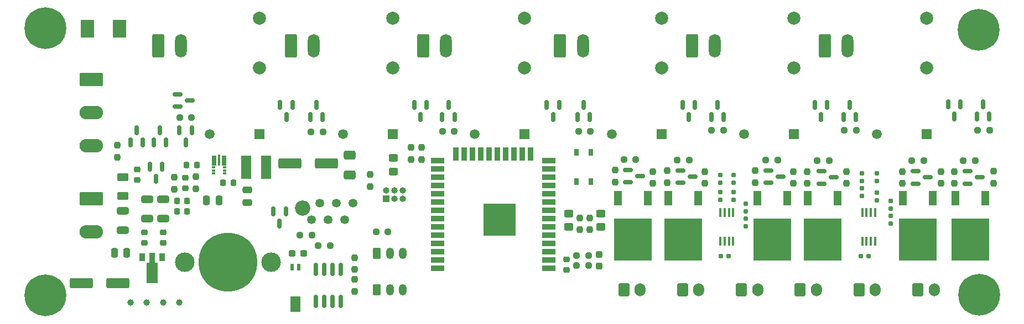
<source format=gbr>
%TF.GenerationSoftware,KiCad,Pcbnew,(6.0.7)*%
%TF.CreationDate,2023-04-19T22:26:27+02:00*%
%TF.ProjectId,mainboard,6d61696e-626f-4617-9264-2e6b69636164,rev?*%
%TF.SameCoordinates,Original*%
%TF.FileFunction,Soldermask,Top*%
%TF.FilePolarity,Negative*%
%FSLAX46Y46*%
G04 Gerber Fmt 4.6, Leading zero omitted, Abs format (unit mm)*
G04 Created by KiCad (PCBNEW (6.0.7)) date 2023-04-19 22:26:27*
%MOMM*%
%LPD*%
G01*
G04 APERTURE LIST*
G04 Aperture macros list*
%AMRoundRect*
0 Rectangle with rounded corners*
0 $1 Rounding radius*
0 $2 $3 $4 $5 $6 $7 $8 $9 X,Y pos of 4 corners*
0 Add a 4 corners polygon primitive as box body*
4,1,4,$2,$3,$4,$5,$6,$7,$8,$9,$2,$3,0*
0 Add four circle primitives for the rounded corners*
1,1,$1+$1,$2,$3*
1,1,$1+$1,$4,$5*
1,1,$1+$1,$6,$7*
1,1,$1+$1,$8,$9*
0 Add four rect primitives between the rounded corners*
20,1,$1+$1,$2,$3,$4,$5,0*
20,1,$1+$1,$4,$5,$6,$7,0*
20,1,$1+$1,$6,$7,$8,$9,0*
20,1,$1+$1,$8,$9,$2,$3,0*%
%AMFreePoly0*
4,1,9,3.862500,-0.866500,0.737500,-0.866500,0.737500,-0.450000,-0.737500,-0.450000,-0.737500,0.450000,0.737500,0.450000,0.737500,0.866500,3.862500,0.866500,3.862500,-0.866500,3.862500,-0.866500,$1*%
G04 Aperture macros list end*
%ADD10RoundRect,0.250000X-0.650000X-1.550000X0.650000X-1.550000X0.650000X1.550000X-0.650000X1.550000X0*%
%ADD11O,1.800000X3.600000*%
%ADD12C,1.000000*%
%ADD13RoundRect,0.160000X-0.197500X-0.160000X0.197500X-0.160000X0.197500X0.160000X-0.197500X0.160000X0*%
%ADD14RoundRect,0.160000X-0.160000X0.197500X-0.160000X-0.197500X0.160000X-0.197500X0.160000X0.197500X0*%
%ADD15RoundRect,0.150000X-0.150000X0.587500X-0.150000X-0.587500X0.150000X-0.587500X0.150000X0.587500X0*%
%ADD16RoundRect,0.237500X-0.250000X-0.237500X0.250000X-0.237500X0.250000X0.237500X-0.250000X0.237500X0*%
%ADD17RoundRect,0.250000X-0.650000X0.412500X-0.650000X-0.412500X0.650000X-0.412500X0.650000X0.412500X0*%
%ADD18RoundRect,0.250000X-0.450000X0.325000X-0.450000X-0.325000X0.450000X-0.325000X0.450000X0.325000X0*%
%ADD19RoundRect,0.249999X-1.550001X0.790001X-1.550001X-0.790001X1.550001X-0.790001X1.550001X0.790001X0*%
%ADD20O,3.600000X2.080000*%
%ADD21RoundRect,0.250000X0.450000X-0.325000X0.450000X0.325000X-0.450000X0.325000X-0.450000X-0.325000X0*%
%ADD22RoundRect,0.225000X0.225000X0.250000X-0.225000X0.250000X-0.225000X-0.250000X0.225000X-0.250000X0*%
%ADD23RoundRect,0.150000X-0.587500X-0.150000X0.587500X-0.150000X0.587500X0.150000X-0.587500X0.150000X0*%
%ADD24R,1.520000X1.520000*%
%ADD25C,2.000000*%
%ADD26C,1.520000*%
%ADD27RoundRect,0.250000X-0.475000X0.250000X-0.475000X-0.250000X0.475000X-0.250000X0.475000X0.250000X0*%
%ADD28RoundRect,0.225000X0.250000X-0.225000X0.250000X0.225000X-0.250000X0.225000X-0.250000X-0.225000X0*%
%ADD29RoundRect,0.237500X0.237500X-0.250000X0.237500X0.250000X-0.237500X0.250000X-0.237500X-0.250000X0*%
%ADD30RoundRect,0.250000X-0.600000X-0.750000X0.600000X-0.750000X0.600000X0.750000X-0.600000X0.750000X0*%
%ADD31O,1.700000X2.000000*%
%ADD32C,6.400000*%
%ADD33RoundRect,0.250000X-0.350000X-0.625000X0.350000X-0.625000X0.350000X0.625000X-0.350000X0.625000X0*%
%ADD34O,1.200000X1.750000*%
%ADD35RoundRect,0.250000X0.250000X0.475000X-0.250000X0.475000X-0.250000X-0.475000X0.250000X-0.475000X0*%
%ADD36RoundRect,0.250000X1.500000X0.550000X-1.500000X0.550000X-1.500000X-0.550000X1.500000X-0.550000X0*%
%ADD37R,1.000000X1.000000*%
%ADD38O,1.000000X1.000000*%
%ADD39RoundRect,0.250000X-0.250000X-0.475000X0.250000X-0.475000X0.250000X0.475000X-0.250000X0.475000X0*%
%ADD40R,0.450000X1.400000*%
%ADD41RoundRect,0.150000X0.150000X-0.587500X0.150000X0.587500X-0.150000X0.587500X-0.150000X-0.587500X0*%
%ADD42RoundRect,0.218750X-0.256250X0.218750X-0.256250X-0.218750X0.256250X-0.218750X0.256250X0.218750X0*%
%ADD43R,1.200000X2.200000*%
%ADD44R,5.800000X6.400000*%
%ADD45RoundRect,0.150000X0.150000X-0.825000X0.150000X0.825000X-0.150000X0.825000X-0.150000X-0.825000X0*%
%ADD46R,0.700000X1.000000*%
%ADD47C,3.000000*%
%ADD48C,9.000000*%
%ADD49R,0.800000X1.500000*%
%ADD50R,0.600000X0.300000*%
%ADD51R,0.400000X1.730000*%
%ADD52RoundRect,0.237500X-0.237500X0.250000X-0.237500X-0.250000X0.237500X-0.250000X0.237500X0.250000X0*%
%ADD53RoundRect,0.250000X0.625000X-0.375000X0.625000X0.375000X-0.625000X0.375000X-0.625000X-0.375000X0*%
%ADD54R,1.500000X3.600000*%
%ADD55RoundRect,0.250000X-1.500000X-0.550000X1.500000X-0.550000X1.500000X0.550000X-1.500000X0.550000X0*%
%ADD56RoundRect,0.225000X-0.225000X-0.250000X0.225000X-0.250000X0.225000X0.250000X-0.225000X0.250000X0*%
%ADD57RoundRect,0.237500X0.250000X0.237500X-0.250000X0.237500X-0.250000X-0.237500X0.250000X-0.237500X0*%
%ADD58R,0.900000X1.300000*%
%ADD59FreePoly0,270.000000*%
%ADD60RoundRect,0.250000X-0.650000X0.325000X-0.650000X-0.325000X0.650000X-0.325000X0.650000X0.325000X0*%
%ADD61R,2.150000X2.800000*%
%ADD62R,0.600000X1.100000*%
%ADD63R,1.500000X2.400000*%
%ADD64RoundRect,0.237500X0.237500X-0.300000X0.237500X0.300000X-0.237500X0.300000X-0.237500X-0.300000X0*%
%ADD65R,2.000000X0.900000*%
%ADD66R,0.900000X2.000000*%
%ADD67R,5.000000X5.000000*%
%ADD68RoundRect,0.237500X-0.300000X-0.237500X0.300000X-0.237500X0.300000X0.237500X-0.300000X0.237500X0*%
%ADD69C,1.350000*%
%ADD70C,2.350000*%
G04 APERTURE END LIST*
D10*
%TO.C,J3*%
X97740000Y-74830000D03*
D11*
X101240000Y-74830000D03*
%TD*%
D12*
%TO.C,TP2*%
X96025000Y-114200000D03*
%TD*%
D13*
%TO.C,R29*%
X183905000Y-107100000D03*
X185100000Y-107100000D03*
%TD*%
D14*
%TO.C,R30*%
X185825000Y-97227500D03*
X185825000Y-98422500D03*
%TD*%
D15*
%TO.C,D13*%
X220550000Y-83800000D03*
X218650000Y-83800000D03*
X219600000Y-85675000D03*
%TD*%
D16*
%TO.C,R2*%
X101075000Y-85837500D03*
X102900000Y-85837500D03*
%TD*%
D10*
%TO.C,J10*%
X159283500Y-74842500D03*
D11*
X162783500Y-74842500D03*
%TD*%
D17*
%TO.C,C17*%
X127075000Y-91537500D03*
X127075000Y-94662500D03*
%TD*%
D18*
%TO.C,D10*%
X160590000Y-100522500D03*
X160590000Y-102572500D03*
%TD*%
D14*
%TO.C,R28*%
X183800000Y-94602500D03*
X183800000Y-95797500D03*
%TD*%
D19*
%TO.C,J1*%
X87555000Y-79980000D03*
D20*
X87555000Y-85060000D03*
X87555000Y-90140000D03*
%TD*%
D21*
%TO.C,D6*%
X133775000Y-94075000D03*
X133775000Y-92025000D03*
%TD*%
D22*
%TO.C,C11*%
X102200000Y-98625000D03*
X100650000Y-98625000D03*
%TD*%
D23*
%TO.C,Q12*%
X191137500Y-93950000D03*
X191137500Y-95850000D03*
X193012500Y-94900000D03*
%TD*%
D14*
%TO.C,R46*%
X209900000Y-100902500D03*
X209900000Y-102097500D03*
%TD*%
D10*
%TO.C,J13*%
X179483500Y-74842500D03*
D11*
X182983500Y-74842500D03*
%TD*%
D24*
%TO.C,K2*%
X133648500Y-88348000D03*
D25*
X133648500Y-78188000D03*
X133648500Y-70568000D03*
D26*
X126028500Y-88348000D03*
%TD*%
D24*
%TO.C,K4*%
X174848500Y-88348000D03*
D25*
X174848500Y-78188000D03*
X174848500Y-70568000D03*
D26*
X167228500Y-88348000D03*
%TD*%
D27*
%TO.C,C15*%
X111375000Y-96950000D03*
X111375000Y-98850000D03*
%TD*%
D28*
%TO.C,C4*%
X95625000Y-105000000D03*
X95625000Y-103450000D03*
%TD*%
D29*
%TO.C,R20*%
X167700000Y-95712500D03*
X167700000Y-93887500D03*
%TD*%
D30*
%TO.C,J12*%
X178032000Y-112275000D03*
D31*
X180532000Y-112275000D03*
%TD*%
D24*
%TO.C,K6*%
X215400000Y-88348000D03*
D25*
X215400000Y-78188000D03*
X215400000Y-70568000D03*
D26*
X207780000Y-88348000D03*
%TD*%
D29*
%TO.C,R37*%
X197100000Y-95912500D03*
X197100000Y-94087500D03*
%TD*%
D12*
%TO.C,TP1*%
X93525000Y-114200000D03*
%TD*%
D32*
%TO.C,H4*%
X223402000Y-113000000D03*
%TD*%
D33*
%TO.C,J7*%
X131225000Y-112275000D03*
D34*
X133225000Y-112275000D03*
X135225000Y-112275000D03*
%TD*%
D29*
%TO.C,R34*%
X189175000Y-95812500D03*
X189175000Y-93987500D03*
%TD*%
D35*
%TO.C,C2*%
X92975000Y-106525000D03*
X91075000Y-106525000D03*
%TD*%
D36*
%TO.C,C1*%
X91590000Y-111230000D03*
X85990000Y-111230000D03*
%TD*%
D23*
%TO.C,Q9*%
X177712500Y-93950000D03*
X177712500Y-95850000D03*
X179587500Y-94900000D03*
%TD*%
D29*
%TO.C,R51*%
X219600000Y-95912500D03*
X219600000Y-94087500D03*
%TD*%
D14*
%TO.C,R47*%
X209900000Y-98627500D03*
X209900000Y-99822500D03*
%TD*%
D37*
%TO.C,J6*%
X132635000Y-98225000D03*
D38*
X132635000Y-96955000D03*
X133905000Y-98225000D03*
X133905000Y-96955000D03*
X135175000Y-98225000D03*
X135175000Y-96955000D03*
%TD*%
D24*
%TO.C,K3*%
X153848500Y-88348000D03*
D25*
X153848500Y-78188000D03*
X153848500Y-70568000D03*
D26*
X146228500Y-88348000D03*
%TD*%
D39*
%TO.C,C14*%
X105175000Y-98550000D03*
X107075000Y-98550000D03*
%TD*%
D12*
%TO.C,TP4*%
X101025000Y-114200000D03*
%TD*%
D29*
%TO.C,R23*%
X175650000Y-95812500D03*
X175650000Y-93987500D03*
%TD*%
D40*
%TO.C,U6*%
X205525000Y-104800000D03*
X206175000Y-104800000D03*
X206825000Y-104800000D03*
X207475000Y-104800000D03*
X207475000Y-100400000D03*
X206825000Y-100400000D03*
X206175000Y-100400000D03*
X205525000Y-100400000D03*
%TD*%
D41*
%TO.C,Q5*%
X161950000Y-85737500D03*
X163850000Y-85737500D03*
X162900000Y-83862500D03*
%TD*%
D42*
%TO.C,FB1*%
X94575000Y-93812500D03*
X94575000Y-95387500D03*
%TD*%
D29*
%TO.C,R25*%
X181450000Y-95912500D03*
X181450000Y-94087500D03*
%TD*%
D15*
%TO.C,Q2*%
X102937500Y-87787500D03*
X101037500Y-87787500D03*
X101987500Y-89662500D03*
%TD*%
D32*
%TO.C,H1*%
X80500000Y-113100000D03*
%TD*%
D16*
%TO.C,R16*%
X162087500Y-87900000D03*
X163912500Y-87900000D03*
%TD*%
D23*
%TO.C,Q14*%
X199262500Y-94050000D03*
X199262500Y-95950000D03*
X201137500Y-95000000D03*
%TD*%
D29*
%TO.C,R36*%
X194975000Y-95912500D03*
X194975000Y-94087500D03*
%TD*%
D43*
%TO.C,Q8*%
X180430000Y-98200000D03*
D44*
X178150000Y-104500000D03*
D43*
X175870000Y-98200000D03*
%TD*%
D15*
%TO.C,D12*%
X200150000Y-83862500D03*
X198250000Y-83862500D03*
X199200000Y-85737500D03*
%TD*%
%TO.C,D1*%
X98400000Y-93312500D03*
X96500000Y-93312500D03*
X97450000Y-95187500D03*
%TD*%
D45*
%TO.C,U3*%
X121920000Y-114025000D03*
X123190000Y-114025000D03*
X124460000Y-114025000D03*
X125730000Y-114025000D03*
X125730000Y-109075000D03*
X124460000Y-109075000D03*
X123190000Y-109075000D03*
X121920000Y-109075000D03*
%TD*%
D14*
%TO.C,R44*%
X207800000Y-97302500D03*
X207800000Y-98497500D03*
%TD*%
D46*
%TO.C,SW1*%
X163975000Y-91160000D03*
X163975000Y-95660000D03*
X161825000Y-91160000D03*
X161825000Y-95660000D03*
%TD*%
D15*
%TO.C,D7*%
X138850000Y-83862500D03*
X136950000Y-83862500D03*
X137900000Y-85737500D03*
%TD*%
D47*
%TO.C,BT1*%
X115075000Y-108025000D03*
D48*
X108475000Y-108025000D03*
D47*
X101875000Y-108025000D03*
%TD*%
D40*
%TO.C,U5*%
X183825000Y-104800000D03*
X184475000Y-104800000D03*
X185125000Y-104800000D03*
X185775000Y-104800000D03*
X185775000Y-100400000D03*
X185125000Y-100400000D03*
X184475000Y-100400000D03*
X183825000Y-100400000D03*
%TD*%
D15*
%TO.C,D8*%
X159150000Y-83862500D03*
X157250000Y-83862500D03*
X158200000Y-85737500D03*
%TD*%
D16*
%TO.C,R49*%
X213112500Y-92425000D03*
X214937500Y-92425000D03*
%TD*%
D10*
%TO.C,J16*%
X199767500Y-74842500D03*
D11*
X203267500Y-74842500D03*
%TD*%
D16*
%TO.C,R14*%
X141287500Y-87900000D03*
X143112500Y-87900000D03*
%TD*%
D49*
%TO.C,U2*%
X106350000Y-92425000D03*
D50*
X106250000Y-93475000D03*
X106250000Y-93925000D03*
X106250000Y-94375000D03*
X107950000Y-94375000D03*
X107950000Y-93925000D03*
X107950000Y-93475000D03*
D49*
X107850000Y-92425000D03*
D51*
X107100000Y-92310000D03*
%TD*%
D29*
%TO.C,R39*%
X203100000Y-95912500D03*
X203100000Y-94087500D03*
%TD*%
D16*
%TO.C,R53*%
X223187500Y-87800000D03*
X225012500Y-87800000D03*
%TD*%
D29*
%TO.C,R15*%
X163780000Y-103020000D03*
X163780000Y-101195000D03*
%TD*%
D52*
%TO.C,R3*%
X100275000Y-94962500D03*
X100275000Y-96787500D03*
%TD*%
D14*
%TO.C,R27*%
X183800000Y-97227500D03*
X183800000Y-98422500D03*
%TD*%
D53*
%TO.C,F2*%
X92400000Y-97800000D03*
X92400000Y-95000000D03*
%TD*%
D29*
%TO.C,R54*%
X225600000Y-95887500D03*
X225600000Y-94062500D03*
%TD*%
D52*
%TO.C,R9*%
X127875000Y-110650000D03*
X127875000Y-112475000D03*
%TD*%
D16*
%TO.C,R6*%
X119487500Y-103850000D03*
X121312500Y-103850000D03*
%TD*%
D23*
%TO.C,Q19*%
X221662500Y-94050000D03*
X221662500Y-95950000D03*
X223537500Y-95000000D03*
%TD*%
D24*
%TO.C,K1*%
X113248500Y-88348000D03*
D25*
X113248500Y-78188000D03*
X113248500Y-70568000D03*
D26*
X105628500Y-88348000D03*
%TD*%
D29*
%TO.C,R22*%
X173475000Y-95912500D03*
X173475000Y-94087500D03*
%TD*%
D41*
%TO.C,D2*%
X97075000Y-89637500D03*
X98975000Y-89637500D03*
X98025000Y-87762500D03*
%TD*%
D43*
%TO.C,Q11*%
X194055000Y-98200000D03*
D44*
X191775000Y-104500000D03*
D43*
X189495000Y-98200000D03*
%TD*%
D41*
%TO.C,Q10*%
X182450000Y-85737500D03*
X184350000Y-85737500D03*
X183400000Y-83862500D03*
%TD*%
D54*
%TO.C,L1*%
X111275000Y-93400000D03*
X114325000Y-93400000D03*
%TD*%
D55*
%TO.C,C16*%
X117900000Y-92875000D03*
X123500000Y-92875000D03*
%TD*%
D16*
%TO.C,R38*%
X198637500Y-92400000D03*
X200462500Y-92400000D03*
%TD*%
D30*
%TO.C,J17*%
X205032000Y-112275000D03*
D31*
X207532000Y-112275000D03*
%TD*%
D22*
%TO.C,C10*%
X103675000Y-93100000D03*
X102125000Y-93100000D03*
%TD*%
D56*
%TO.C,C12*%
X107725000Y-95800000D03*
X109275000Y-95800000D03*
%TD*%
D16*
%TO.C,R7*%
X122287500Y-105425000D03*
X124112500Y-105425000D03*
%TD*%
%TO.C,R17*%
X161807500Y-108520000D03*
X163632500Y-108520000D03*
%TD*%
D13*
%TO.C,R43*%
X205302500Y-107100000D03*
X206497500Y-107100000D03*
%TD*%
D57*
%TO.C,R12*%
X132925000Y-103320000D03*
X131100000Y-103320000D03*
%TD*%
D43*
%TO.C,Q18*%
X224355000Y-98200000D03*
D44*
X222075000Y-104500000D03*
D43*
X219795000Y-98200000D03*
%TD*%
D32*
%TO.C,H2*%
X80518000Y-72136000D03*
%TD*%
D14*
%TO.C,R33*%
X187700000Y-99052500D03*
X187700000Y-100247500D03*
%TD*%
D57*
%TO.C,R19*%
X163632500Y-106970000D03*
X161807500Y-106970000D03*
%TD*%
D58*
%TO.C,U1*%
X98360000Y-107230000D03*
D59*
X96860000Y-107317500D03*
D58*
X95360000Y-107230000D03*
%TD*%
D10*
%TO.C,J4*%
X118083500Y-74850500D03*
D11*
X121583500Y-74850500D03*
%TD*%
D14*
%TO.C,R31*%
X185800000Y-94602500D03*
X185800000Y-95797500D03*
%TD*%
D43*
%TO.C,Q13*%
X201780000Y-98200000D03*
D44*
X199500000Y-104500000D03*
D43*
X197220000Y-98200000D03*
%TD*%
D16*
%TO.C,R24*%
X177237500Y-92300000D03*
X179062500Y-92300000D03*
%TD*%
%TO.C,R40*%
X202787500Y-87800000D03*
X204612500Y-87800000D03*
%TD*%
D30*
%TO.C,J15*%
X196032000Y-112275000D03*
D31*
X198532000Y-112275000D03*
%TD*%
D23*
%TO.C,Q7*%
X169637500Y-93850000D03*
X169637500Y-95750000D03*
X171512500Y-94800000D03*
%TD*%
D16*
%TO.C,R35*%
X190762500Y-92300000D03*
X192587500Y-92300000D03*
%TD*%
D32*
%TO.C,H3*%
X223320000Y-72336000D03*
%TD*%
D14*
%TO.C,R45*%
X207800000Y-94402500D03*
X207800000Y-95597500D03*
%TD*%
D28*
%TO.C,C9*%
X101925000Y-96625000D03*
X101925000Y-95075000D03*
%TD*%
D60*
%TO.C,C7*%
X98575000Y-98375000D03*
X98575000Y-101325000D03*
%TD*%
D15*
%TO.C,D5*%
X118350000Y-83862500D03*
X116450000Y-83862500D03*
X117400000Y-85737500D03*
%TD*%
D41*
%TO.C,D3*%
X93550000Y-89662500D03*
X95450000Y-89662500D03*
X94500000Y-87787500D03*
%TD*%
D52*
%TO.C,R10*%
X127875000Y-107287500D03*
X127875000Y-109112500D03*
%TD*%
D61*
%TO.C,F1*%
X91855000Y-72200000D03*
X86945000Y-72200000D03*
%TD*%
D15*
%TO.C,D4*%
X117310000Y-100222500D03*
X115410000Y-100222500D03*
X116360000Y-102097500D03*
%TD*%
D10*
%TO.C,J9*%
X138330000Y-74830000D03*
D11*
X141830000Y-74830000D03*
%TD*%
D18*
%TO.C,D9*%
X165500000Y-100565000D03*
X165500000Y-102615000D03*
%TD*%
D62*
%TO.C,Y1*%
X118275000Y-108800000D03*
X119275000Y-108800000D03*
D63*
X118775000Y-114400000D03*
%TD*%
D16*
%TO.C,R21*%
X169062500Y-92225000D03*
X170887500Y-92225000D03*
%TD*%
D14*
%TO.C,R32*%
X187700000Y-101302500D03*
X187700000Y-102497500D03*
%TD*%
D64*
%TO.C,C18*%
X165230000Y-108562500D03*
X165230000Y-106837500D03*
%TD*%
D30*
%TO.C,J18*%
X214032000Y-112275000D03*
D31*
X216532000Y-112275000D03*
%TD*%
D29*
%TO.C,R50*%
X217625000Y-95912500D03*
X217625000Y-94087500D03*
%TD*%
D52*
%TO.C,R4*%
X103525000Y-94887500D03*
X103525000Y-96712500D03*
%TD*%
D14*
%TO.C,R41*%
X205500000Y-96652500D03*
X205500000Y-97847500D03*
%TD*%
D41*
%TO.C,Q20*%
X223050000Y-85675000D03*
X224950000Y-85675000D03*
X224000000Y-83800000D03*
%TD*%
D23*
%TO.C,Q1*%
X100737500Y-82225000D03*
X100737500Y-84125000D03*
X102612500Y-83175000D03*
%TD*%
D14*
%TO.C,R42*%
X205500000Y-94402500D03*
X205500000Y-95597500D03*
%TD*%
D31*
%TO.C,J11*%
X171532000Y-112275000D03*
D30*
X169032000Y-112275000D03*
%TD*%
D23*
%TO.C,Q17*%
X213687500Y-94050000D03*
X213687500Y-95950000D03*
X215562500Y-95000000D03*
%TD*%
D52*
%TO.C,R13*%
X138050000Y-90412500D03*
X138050000Y-92237500D03*
%TD*%
D43*
%TO.C,Q6*%
X172680000Y-98200000D03*
D44*
X170400000Y-104500000D03*
D43*
X168120000Y-98200000D03*
%TD*%
D16*
%TO.C,R5*%
X121187500Y-88000000D03*
X123012500Y-88000000D03*
%TD*%
D24*
%TO.C,K5*%
X195048500Y-88348000D03*
D25*
X195048500Y-78188000D03*
X195048500Y-70568000D03*
D26*
X187428500Y-88348000D03*
%TD*%
D16*
%TO.C,R52*%
X220987500Y-92400000D03*
X222812500Y-92400000D03*
%TD*%
D60*
%TO.C,C5*%
X96075000Y-98375000D03*
X96075000Y-101325000D03*
%TD*%
D52*
%TO.C,R11*%
X136475000Y-90412500D03*
X136475000Y-92237500D03*
%TD*%
D16*
%TO.C,R26*%
X182487500Y-87800000D03*
X184312500Y-87800000D03*
%TD*%
D33*
%TO.C,J8*%
X131225000Y-106625000D03*
D34*
X133225000Y-106625000D03*
X135225000Y-106625000D03*
%TD*%
D19*
%TO.C,J2*%
X87577500Y-98260000D03*
D20*
X87577500Y-103340000D03*
%TD*%
D29*
%TO.C,R48*%
X211625000Y-95912500D03*
X211625000Y-94087500D03*
%TD*%
D41*
%TO.C,Q3*%
X121050000Y-85737500D03*
X122950000Y-85737500D03*
X122000000Y-83862500D03*
%TD*%
D65*
%TO.C,U4*%
X157525000Y-108955000D03*
X157525000Y-107685000D03*
X157525000Y-106415000D03*
X157525000Y-105145000D03*
X157525000Y-103875000D03*
X157525000Y-102605000D03*
X157525000Y-101335000D03*
X157525000Y-100065000D03*
X157525000Y-98795000D03*
X157525000Y-97525000D03*
X157525000Y-96255000D03*
X157525000Y-94985000D03*
X157525000Y-93715000D03*
X157525000Y-92445000D03*
D66*
X154740000Y-91445000D03*
X153470000Y-91445000D03*
X152200000Y-91445000D03*
X150930000Y-91445000D03*
X149660000Y-91445000D03*
X148390000Y-91445000D03*
X147120000Y-91445000D03*
X145850000Y-91445000D03*
X144580000Y-91445000D03*
X143310000Y-91445000D03*
D65*
X140525000Y-92445000D03*
X140525000Y-93715000D03*
X140525000Y-94985000D03*
X140525000Y-96255000D03*
X140525000Y-97525000D03*
X140525000Y-98795000D03*
X140525000Y-100065000D03*
X140525000Y-101335000D03*
X140525000Y-102605000D03*
X140525000Y-103875000D03*
X140525000Y-105145000D03*
X140525000Y-106415000D03*
X140525000Y-107685000D03*
X140525000Y-108955000D03*
D67*
X150025000Y-101455000D03*
%TD*%
D52*
%TO.C,R1*%
X91500000Y-90087500D03*
X91500000Y-91912500D03*
%TD*%
D15*
%TO.C,D11*%
X179950000Y-83862500D03*
X178050000Y-83862500D03*
X179000000Y-85737500D03*
%TD*%
D12*
%TO.C,TP3*%
X98525000Y-114200000D03*
%TD*%
D41*
%TO.C,Q15*%
X202650000Y-85737500D03*
X204550000Y-85737500D03*
X203600000Y-83862500D03*
%TD*%
D30*
%TO.C,J14*%
X187032000Y-112275000D03*
D31*
X189532000Y-112275000D03*
%TD*%
D43*
%TO.C,Q16*%
X216305000Y-98200000D03*
D44*
X214025000Y-104500000D03*
D43*
X211745000Y-98200000D03*
%TD*%
D52*
%TO.C,R8*%
X130200000Y-94537500D03*
X130200000Y-96362500D03*
%TD*%
D22*
%TO.C,C13*%
X102225000Y-100250000D03*
X100675000Y-100250000D03*
%TD*%
D68*
%TO.C,C8*%
X118287500Y-106675000D03*
X120012500Y-106675000D03*
%TD*%
D42*
%TO.C,FB2*%
X160230000Y-107572500D03*
X160230000Y-109147500D03*
%TD*%
D69*
%TO.C,J5*%
X127625000Y-98985000D03*
X126355000Y-101525000D03*
X125085000Y-98985000D03*
X123815000Y-101525000D03*
X122545000Y-98985000D03*
X121275000Y-101525000D03*
D70*
X119875000Y-99725000D03*
%TD*%
D41*
%TO.C,Q4*%
X141250000Y-85737500D03*
X143150000Y-85737500D03*
X142200000Y-83862500D03*
%TD*%
D28*
%TO.C,C6*%
X98575000Y-105000000D03*
X98575000Y-103450000D03*
%TD*%
D29*
%TO.C,R18*%
X162310000Y-103020000D03*
X162310000Y-101195000D03*
%TD*%
D60*
%TO.C,C3*%
X92400000Y-100125000D03*
X92400000Y-103075000D03*
%TD*%
M02*

</source>
